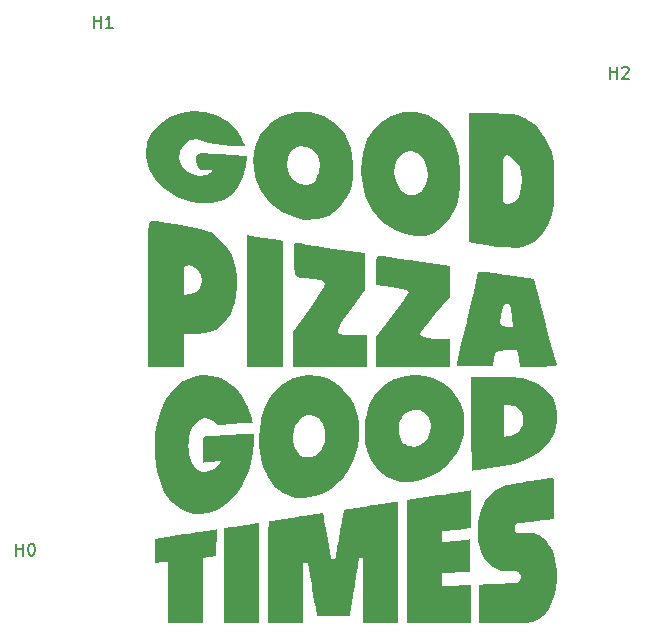
<source format=gbr>
%TF.GenerationSoftware,KiCad,Pcbnew,(6.0.1-0)*%
%TF.CreationDate,2023-09-14T22:16:03-07:00*%
%TF.ProjectId,pizzapad-base,70697a7a-6170-4616-942d-626173652e6b,rev?*%
%TF.SameCoordinates,Original*%
%TF.FileFunction,Legend,Top*%
%TF.FilePolarity,Positive*%
%FSLAX46Y46*%
G04 Gerber Fmt 4.6, Leading zero omitted, Abs format (unit mm)*
G04 Created by KiCad (PCBNEW (6.0.1-0)) date 2023-09-14 22:16:03*
%MOMM*%
%LPD*%
G01*
G04 APERTURE LIST*
%ADD10C,0.300000*%
%ADD11C,0.150000*%
G04 APERTURE END LIST*
D10*
%TO.C,G\u002A\u002A\u002A*%
X145469428Y-110490000D02*
X145324285Y-110417428D01*
X145106571Y-110417428D01*
X144888857Y-110490000D01*
X144743714Y-110635142D01*
X144671142Y-110780285D01*
X144598571Y-111070571D01*
X144598571Y-111288285D01*
X144671142Y-111578571D01*
X144743714Y-111723714D01*
X144888857Y-111868857D01*
X145106571Y-111941428D01*
X145251714Y-111941428D01*
X145469428Y-111868857D01*
X145542000Y-111796285D01*
X145542000Y-111288285D01*
X145251714Y-111288285D01*
X146412857Y-110417428D02*
X146412857Y-110780285D01*
X146050000Y-110635142D02*
X146412857Y-110780285D01*
X146775714Y-110635142D01*
X146195142Y-111070571D02*
X146412857Y-110780285D01*
X146630571Y-111070571D01*
X147574000Y-110417428D02*
X147574000Y-110780285D01*
X147211142Y-110635142D02*
X147574000Y-110780285D01*
X147936857Y-110635142D01*
X147356285Y-111070571D02*
X147574000Y-110780285D01*
X147791714Y-111070571D01*
X148735142Y-110417428D02*
X148735142Y-110780285D01*
X148372285Y-110635142D02*
X148735142Y-110780285D01*
X149098000Y-110635142D01*
X148517428Y-111070571D02*
X148735142Y-110780285D01*
X148952857Y-111070571D01*
X154867428Y-129794000D02*
X154722285Y-129721428D01*
X154504571Y-129721428D01*
X154286857Y-129794000D01*
X154141714Y-129939142D01*
X154069142Y-130084285D01*
X153996571Y-130374571D01*
X153996571Y-130592285D01*
X154069142Y-130882571D01*
X154141714Y-131027714D01*
X154286857Y-131172857D01*
X154504571Y-131245428D01*
X154649714Y-131245428D01*
X154867428Y-131172857D01*
X154940000Y-131100285D01*
X154940000Y-130592285D01*
X154649714Y-130592285D01*
X155810857Y-129721428D02*
X155810857Y-130084285D01*
X155448000Y-129939142D02*
X155810857Y-130084285D01*
X156173714Y-129939142D01*
X155593142Y-130374571D02*
X155810857Y-130084285D01*
X156028571Y-130374571D01*
X156972000Y-129721428D02*
X156972000Y-130084285D01*
X156609142Y-129939142D02*
X156972000Y-130084285D01*
X157334857Y-129939142D01*
X156754285Y-130374571D02*
X156972000Y-130084285D01*
X157189714Y-130374571D01*
X158133142Y-129721428D02*
X158133142Y-130084285D01*
X157770285Y-129939142D02*
X158133142Y-130084285D01*
X158496000Y-129939142D01*
X157915428Y-130374571D02*
X158133142Y-130084285D01*
X158350857Y-130374571D01*
D11*
%TO.C,H1*%
X138938095Y-86772380D02*
X138938095Y-85772380D01*
X138938095Y-86248571D02*
X139509523Y-86248571D01*
X139509523Y-86772380D02*
X139509523Y-85772380D01*
X140509523Y-86772380D02*
X139938095Y-86772380D01*
X140223809Y-86772380D02*
X140223809Y-85772380D01*
X140128571Y-85915238D01*
X140033333Y-86010476D01*
X139938095Y-86058095D01*
%TO.C,H2*%
X182626095Y-91090380D02*
X182626095Y-90090380D01*
X182626095Y-90566571D02*
X183197523Y-90566571D01*
X183197523Y-91090380D02*
X183197523Y-90090380D01*
X183626095Y-90185619D02*
X183673714Y-90138000D01*
X183768952Y-90090380D01*
X184007047Y-90090380D01*
X184102285Y-90138000D01*
X184149904Y-90185619D01*
X184197523Y-90280857D01*
X184197523Y-90376095D01*
X184149904Y-90518952D01*
X183578476Y-91090380D01*
X184197523Y-91090380D01*
%TO.C,H0*%
X132334095Y-131476380D02*
X132334095Y-130476380D01*
X132334095Y-130952571D02*
X132905523Y-130952571D01*
X132905523Y-131476380D02*
X132905523Y-130476380D01*
X133572190Y-130476380D02*
X133667428Y-130476380D01*
X133762666Y-130524000D01*
X133810285Y-130571619D01*
X133857904Y-130666857D01*
X133905523Y-130857333D01*
X133905523Y-131095428D01*
X133857904Y-131285904D01*
X133810285Y-131381142D01*
X133762666Y-131428761D01*
X133667428Y-131476380D01*
X133572190Y-131476380D01*
X133476952Y-131428761D01*
X133429333Y-131381142D01*
X133381714Y-131285904D01*
X133334095Y-131095428D01*
X133334095Y-130857333D01*
X133381714Y-130666857D01*
X133429333Y-130571619D01*
X133476952Y-130524000D01*
X133572190Y-130476380D01*
%TO.C,G\u002A\u002A\u002A*%
G36*
X156107730Y-104990782D02*
G01*
X156390548Y-105047137D01*
X156957221Y-105143370D01*
X157737546Y-105268121D01*
X158661319Y-105410031D01*
X159156042Y-105484016D01*
X161883859Y-105888241D01*
X161883859Y-108990149D01*
X160721183Y-110531577D01*
X160242543Y-111198608D01*
X159859585Y-111794093D01*
X159618477Y-112242368D01*
X159558507Y-112437024D01*
X159590780Y-112628170D01*
X159738737Y-112737663D01*
X160079087Y-112787805D01*
X160688538Y-112800896D01*
X160810619Y-112801042D01*
X162062732Y-112801042D01*
X162062732Y-115484141D01*
X155802169Y-115484141D01*
X155802169Y-112519286D01*
X157142239Y-110647840D01*
X157648785Y-109918205D01*
X158067847Y-109272258D01*
X158359101Y-108775272D01*
X158482227Y-108492516D01*
X158483788Y-108476237D01*
X158401302Y-108289623D01*
X158105595Y-108163728D01*
X157527632Y-108070761D01*
X157456746Y-108062765D01*
X156846472Y-107994512D01*
X156358121Y-107938087D01*
X156159915Y-107913761D01*
X156019166Y-107814672D01*
X155925838Y-107522103D01*
X155867255Y-106975783D01*
X155839420Y-106389922D01*
X155820441Y-105663387D01*
X155834587Y-105228540D01*
X155894413Y-105019915D01*
X156012474Y-104972044D01*
X156107730Y-104990782D01*
G37*
G36*
X161653492Y-97363132D02*
G01*
X162040530Y-96232220D01*
X162709767Y-95264606D01*
X163097765Y-94878624D01*
X164045893Y-94245639D01*
X165092664Y-93922055D01*
X166172223Y-93899593D01*
X167218718Y-94169969D01*
X168166295Y-94724901D01*
X168949100Y-95556107D01*
X168993079Y-95620048D01*
X169464695Y-96575109D01*
X169782150Y-97749963D01*
X169935517Y-99037023D01*
X169914872Y-100328700D01*
X169710290Y-101517406D01*
X169575842Y-101936992D01*
X169090134Y-102860459D01*
X168408557Y-103657625D01*
X167664280Y-104193663D01*
X166996461Y-104377625D01*
X166147604Y-104387118D01*
X165243089Y-104232302D01*
X164423629Y-103931028D01*
X163320812Y-103191743D01*
X162470524Y-102209316D01*
X161884800Y-101005455D01*
X161575676Y-99601868D01*
X161546993Y-99065710D01*
X164341312Y-99065710D01*
X164471418Y-99771816D01*
X164820582Y-100423437D01*
X164951612Y-100576868D01*
X165479004Y-100919350D01*
X166065491Y-100964992D01*
X166598118Y-100710641D01*
X166686587Y-100625274D01*
X167047866Y-100028946D01*
X167177886Y-99336454D01*
X167101281Y-98630382D01*
X166842686Y-97993316D01*
X166426739Y-97507841D01*
X165878074Y-97256541D01*
X165676461Y-97239070D01*
X165097838Y-97391801D01*
X164671272Y-97798572D01*
X164413513Y-98382252D01*
X164341312Y-99065710D01*
X161546993Y-99065710D01*
X161527860Y-98708065D01*
X161653492Y-97363132D01*
G37*
G36*
X152415357Y-98044000D02*
G01*
X152547707Y-96850959D01*
X152968649Y-95847176D01*
X153699724Y-94983864D01*
X153808910Y-94887737D01*
X154845588Y-94220506D01*
X155980722Y-93886011D01*
X157166024Y-93890725D01*
X158353206Y-94241119D01*
X158416764Y-94270161D01*
X159422683Y-94920299D01*
X160163155Y-95809961D01*
X160637749Y-96938355D01*
X160846030Y-98304692D01*
X160856564Y-98724122D01*
X160835309Y-99523701D01*
X160747985Y-100120465D01*
X160561560Y-100667820D01*
X160336678Y-101138497D01*
X159684605Y-102062474D01*
X158841452Y-102695024D01*
X157843369Y-103021033D01*
X156726506Y-103025389D01*
X156124715Y-102899418D01*
X154855618Y-102378063D01*
X153827673Y-101603601D01*
X153063346Y-100605440D01*
X152585102Y-99412987D01*
X152466401Y-98463523D01*
X155265549Y-98463523D01*
X155411750Y-99136941D01*
X155796162Y-99665035D01*
X156337495Y-99992814D01*
X156954458Y-100065288D01*
X157417481Y-99919250D01*
X157686861Y-99636830D01*
X157923761Y-99168005D01*
X157962945Y-99050618D01*
X158037491Y-98330912D01*
X157859445Y-97679932D01*
X157484371Y-97163375D01*
X156967831Y-96846942D01*
X156365390Y-96796330D01*
X156114244Y-96864684D01*
X155612638Y-97198682D01*
X155338104Y-97756650D01*
X155265549Y-98463523D01*
X152466401Y-98463523D01*
X152415410Y-98055652D01*
X152415357Y-98044000D01*
G37*
G36*
X170648647Y-93981672D02*
G01*
X172764551Y-94045230D01*
X173683324Y-94078395D01*
X174332531Y-94124736D01*
X174800323Y-94202117D01*
X175174853Y-94328398D01*
X175544269Y-94521441D01*
X175760678Y-94652328D01*
X176298400Y-95036793D01*
X176714803Y-95487724D01*
X177108103Y-96120578D01*
X177266957Y-96423026D01*
X177521747Y-96933437D01*
X177695903Y-97346048D01*
X177804765Y-97748341D01*
X177863671Y-98227797D01*
X177887962Y-98871896D01*
X177892975Y-99768121D01*
X177893014Y-99993571D01*
X177887466Y-100978027D01*
X177862803Y-101690387D01*
X177806999Y-102216233D01*
X177708025Y-102641144D01*
X177553854Y-103050701D01*
X177422721Y-103339894D01*
X176838977Y-104311250D01*
X176133926Y-104961248D01*
X175272207Y-105315802D01*
X174611088Y-105400113D01*
X173919133Y-105389044D01*
X173057784Y-105319605D01*
X172207834Y-105206602D01*
X172169070Y-105200107D01*
X171501449Y-105086247D01*
X170988064Y-104997425D01*
X170715308Y-104948633D01*
X170693366Y-104944056D01*
X170682267Y-104768972D01*
X170672173Y-104279570D01*
X170663436Y-103519282D01*
X170656410Y-102531537D01*
X170651450Y-101359763D01*
X170648908Y-100047391D01*
X170648734Y-99653859D01*
X173510619Y-99653859D01*
X173513353Y-100535972D01*
X173529495Y-101121122D01*
X173570951Y-101470090D01*
X173649629Y-101643659D01*
X173777438Y-101702608D01*
X173913084Y-101708162D01*
X174322626Y-101650869D01*
X174512362Y-101574007D01*
X174871132Y-101125938D01*
X175074756Y-100378789D01*
X175120478Y-99651859D01*
X175094207Y-99026396D01*
X174982419Y-98611921D01*
X174735655Y-98263497D01*
X174597618Y-98119677D01*
X174183160Y-97738555D01*
X173888330Y-97575454D01*
X173693394Y-97658228D01*
X173578619Y-98014728D01*
X173524272Y-98672805D01*
X173510619Y-99653859D01*
X170648734Y-99653859D01*
X170648647Y-99456146D01*
X170648647Y-93981672D01*
G37*
G36*
X143460909Y-107661685D02*
G01*
X143465068Y-106333254D01*
X143474162Y-105292876D01*
X143489960Y-104505705D01*
X143514228Y-103936896D01*
X143548737Y-103551602D01*
X143595254Y-103314980D01*
X143655548Y-103192182D01*
X143731387Y-103148364D01*
X143772943Y-103145142D01*
X144263483Y-103184304D01*
X144975425Y-103282982D01*
X145818300Y-103423876D01*
X146701636Y-103589687D01*
X147534965Y-103763113D01*
X148227818Y-103926854D01*
X148689723Y-104063610D01*
X148782419Y-104103096D01*
X149436337Y-104581342D01*
X150067681Y-105277673D01*
X150571320Y-106062084D01*
X150788538Y-106583842D01*
X150904824Y-107158885D01*
X150984032Y-107921822D01*
X151008633Y-108673162D01*
X150972902Y-109488738D01*
X150857114Y-110114797D01*
X150624297Y-110716966D01*
X150493192Y-110982273D01*
X149929130Y-111821183D01*
X149224691Y-112365288D01*
X148323886Y-112647185D01*
X147532545Y-112706043D01*
X146501170Y-112711606D01*
X146500965Y-114097873D01*
X146500760Y-115484141D01*
X143459915Y-115484141D01*
X143459915Y-109425117D01*
X146500760Y-109425117D01*
X147076518Y-109369066D01*
X147629045Y-109179734D01*
X147908952Y-108853436D01*
X148072814Y-108264821D01*
X147973282Y-107682015D01*
X147659580Y-107203854D01*
X147180931Y-106929169D01*
X146935167Y-106898225D01*
X146708932Y-106917996D01*
X146579029Y-107029000D01*
X146518798Y-107308776D01*
X146501579Y-107834864D01*
X146500760Y-108161671D01*
X146500760Y-109425117D01*
X143459915Y-109425117D01*
X143459915Y-109313014D01*
X143460909Y-107661685D01*
G37*
G36*
X148302397Y-93921831D02*
G01*
X149283872Y-94177648D01*
X150174276Y-94652164D01*
X150921220Y-95354875D01*
X151335529Y-95997134D01*
X151550758Y-96433609D01*
X151675528Y-96714879D01*
X151688084Y-96757897D01*
X151527003Y-96806248D01*
X151105586Y-96806386D01*
X150516571Y-96767726D01*
X149852697Y-96699682D01*
X149206702Y-96611665D01*
X148671325Y-96513090D01*
X148351896Y-96419258D01*
X147645977Y-96194844D01*
X147085080Y-96253122D01*
X146583914Y-96603038D01*
X146582066Y-96604884D01*
X146206679Y-97201072D01*
X146136992Y-97861034D01*
X146356508Y-98493075D01*
X146848726Y-99005504D01*
X147033800Y-99115388D01*
X147790271Y-99362000D01*
X148455303Y-99286596D01*
X148747206Y-99122928D01*
X148970904Y-98932560D01*
X148894501Y-98865184D01*
X148617150Y-98854618D01*
X148016727Y-98790895D01*
X147693406Y-98581368D01*
X147578314Y-98171253D01*
X147574000Y-98024863D01*
X147593537Y-97647412D01*
X147718139Y-97471811D01*
X148046791Y-97420837D01*
X148351941Y-97417944D01*
X148926265Y-97433670D01*
X149693623Y-97474966D01*
X150490960Y-97533006D01*
X150514589Y-97534994D01*
X151899295Y-97652045D01*
X151776653Y-98469881D01*
X151531416Y-99424284D01*
X151124853Y-100278797D01*
X150645719Y-100878261D01*
X149888324Y-101346446D01*
X148932646Y-101613226D01*
X147889128Y-101657949D01*
X147126816Y-101536325D01*
X145948502Y-101095327D01*
X144929807Y-100444129D01*
X144117187Y-99632032D01*
X143557096Y-98708333D01*
X143295990Y-97722334D01*
X143282789Y-97456917D01*
X143434859Y-96447762D01*
X143862583Y-95590825D01*
X144513573Y-94895606D01*
X145335438Y-94371599D01*
X146275791Y-94028303D01*
X147282240Y-93875215D01*
X148302397Y-93921831D01*
G37*
G36*
X170569786Y-111191183D02*
G01*
X170823217Y-110097421D01*
X171051815Y-109127145D01*
X171242967Y-108332568D01*
X171384058Y-107765905D01*
X171462477Y-107479370D01*
X171472205Y-107455448D01*
X171661235Y-107453434D01*
X172136371Y-107496686D01*
X172829867Y-107577835D01*
X173673977Y-107689513D01*
X173846390Y-107713660D01*
X176161159Y-108040706D01*
X177090068Y-111628268D01*
X177372699Y-112711417D01*
X177628638Y-113676413D01*
X177843341Y-114469696D01*
X178002265Y-115037705D01*
X178090864Y-115326881D01*
X178100707Y-115349986D01*
X177972935Y-115408967D01*
X177562212Y-115454734D01*
X176943275Y-115480673D01*
X176584882Y-115484141D01*
X174987328Y-115484141D01*
X174871441Y-114759425D01*
X174755554Y-114034708D01*
X173820059Y-114088650D01*
X173273409Y-114132216D01*
X172985130Y-114224958D01*
X172856229Y-114432552D01*
X172795126Y-114768648D01*
X172705690Y-115394704D01*
X171126218Y-115446596D01*
X170372895Y-115465425D01*
X169912930Y-115453706D01*
X169682442Y-115399931D01*
X169617549Y-115292593D01*
X169636764Y-115178286D01*
X169702600Y-114913289D01*
X169834914Y-114356564D01*
X170020369Y-113565112D01*
X170245625Y-112595933D01*
X170461617Y-111660725D01*
X173331746Y-111660725D01*
X173392700Y-111963293D01*
X173646088Y-112075331D01*
X173879326Y-112085549D01*
X174426906Y-112085549D01*
X174303718Y-111235901D01*
X174202999Y-110622410D01*
X174102039Y-110284926D01*
X173964185Y-110143565D01*
X173790732Y-110117944D01*
X173598715Y-110280979D01*
X173441315Y-110706851D01*
X173346751Y-111300705D01*
X173331746Y-111660725D01*
X170461617Y-111660725D01*
X170497345Y-111506027D01*
X170569786Y-111191183D01*
G37*
G36*
X163107682Y-106072925D02*
G01*
X163380267Y-106126238D01*
X163938934Y-106219352D01*
X164715617Y-106341463D01*
X165642249Y-106481766D01*
X166221535Y-106567213D01*
X169038788Y-106978756D01*
X169038788Y-109603024D01*
X167786676Y-111049619D01*
X167272453Y-111663193D01*
X166860604Y-112191686D01*
X166600461Y-112569459D01*
X166534563Y-112715706D01*
X166701425Y-112905671D01*
X167155784Y-113053214D01*
X167828294Y-113141369D01*
X168345654Y-113158789D01*
X169038788Y-113158789D01*
X169038788Y-115484141D01*
X162778225Y-115484141D01*
X162778225Y-112942632D01*
X164164493Y-111167923D01*
X164692082Y-110475929D01*
X165127265Y-109873582D01*
X165427415Y-109422186D01*
X165549906Y-109183044D01*
X165550760Y-109174241D01*
X165377983Y-109030569D01*
X164883922Y-108891011D01*
X164184788Y-108776394D01*
X162818816Y-108597521D01*
X162814950Y-107293851D01*
X162823009Y-106620057D01*
X162862912Y-106236509D01*
X162950758Y-106076056D01*
X163102649Y-106071544D01*
X163107682Y-106072925D01*
G37*
G36*
X152627169Y-104469984D02*
G01*
X153338040Y-104579241D01*
X154069978Y-104685297D01*
X154147591Y-104696031D01*
X154907802Y-104800373D01*
X154907802Y-115484141D01*
X151866957Y-115484141D01*
X151866957Y-104348277D01*
X152627169Y-104469984D01*
G37*
G36*
X161889369Y-120061054D02*
G01*
X161989213Y-119531052D01*
X162134915Y-119030740D01*
X162325131Y-118562519D01*
X162558518Y-118128790D01*
X162833733Y-117731953D01*
X163149434Y-117374410D01*
X163504276Y-117058561D01*
X163896917Y-116786808D01*
X164326013Y-116561550D01*
X164460077Y-116504040D01*
X164911167Y-116351879D01*
X165383370Y-116252699D01*
X165868986Y-116206224D01*
X166360314Y-116212180D01*
X166849657Y-116270295D01*
X167329313Y-116380293D01*
X167791583Y-116541901D01*
X167988144Y-116629601D01*
X168438479Y-116875282D01*
X168841857Y-117159139D01*
X169197972Y-117480781D01*
X169506517Y-117839816D01*
X169767188Y-118235853D01*
X169979676Y-118668501D01*
X170143676Y-119137370D01*
X170230508Y-119492014D01*
X170257731Y-119674911D01*
X170275745Y-119902022D01*
X170284701Y-120157742D01*
X170284747Y-120426462D01*
X170276035Y-120692578D01*
X170258712Y-120940482D01*
X170232930Y-121154569D01*
X170213558Y-121259858D01*
X170065973Y-121798897D01*
X169865838Y-122308367D01*
X169614272Y-122786729D01*
X169312396Y-123232440D01*
X168961330Y-123643960D01*
X168562195Y-124019746D01*
X168116112Y-124358258D01*
X167827681Y-124542064D01*
X167448750Y-124741301D01*
X167030760Y-124913757D01*
X166591404Y-125053755D01*
X166148374Y-125155622D01*
X165739400Y-125211977D01*
X165575875Y-125225995D01*
X165454214Y-125234615D01*
X165355975Y-125237844D01*
X165262715Y-125235690D01*
X165155992Y-125228160D01*
X165017363Y-125215263D01*
X164986775Y-125212292D01*
X164548232Y-125140514D01*
X164133099Y-125014017D01*
X163743907Y-124834914D01*
X163383190Y-124605320D01*
X163053480Y-124327352D01*
X162757309Y-124003123D01*
X162497210Y-123634750D01*
X162275717Y-123224346D01*
X162106672Y-122807032D01*
X162013876Y-122514878D01*
X161943111Y-122231219D01*
X161891594Y-121939732D01*
X161856538Y-121624093D01*
X161835160Y-121267978D01*
X161832627Y-121200526D01*
X161835138Y-120843857D01*
X164698194Y-120843857D01*
X164721689Y-121114749D01*
X164782862Y-121374249D01*
X164882446Y-121614629D01*
X165021174Y-121828160D01*
X165199781Y-122007114D01*
X165263349Y-122054352D01*
X165483684Y-122170039D01*
X165728986Y-122233462D01*
X165991867Y-122243537D01*
X166259497Y-122200590D01*
X166539400Y-122098977D01*
X166786715Y-121948691D01*
X166998129Y-121754062D01*
X167170329Y-121519418D01*
X167300001Y-121249089D01*
X167383831Y-120947403D01*
X167415428Y-120690390D01*
X167409095Y-120384550D01*
X167354709Y-120098468D01*
X167255324Y-119838431D01*
X167113992Y-119610724D01*
X166933767Y-119421633D01*
X166733026Y-119285463D01*
X166488067Y-119188307D01*
X166224282Y-119144336D01*
X165951901Y-119153614D01*
X165681156Y-119216207D01*
X165527025Y-119277843D01*
X165307333Y-119412078D01*
X165120180Y-119589021D01*
X164966301Y-119800944D01*
X164846428Y-120040117D01*
X164761297Y-120298813D01*
X164711641Y-120569302D01*
X164698194Y-120843857D01*
X161835138Y-120843857D01*
X161836726Y-120618346D01*
X161889369Y-120061054D01*
G37*
G36*
X172567238Y-116343504D02*
G01*
X173017448Y-116344181D01*
X173412720Y-116346525D01*
X173758652Y-116351004D01*
X174060844Y-116358083D01*
X174324893Y-116368232D01*
X174556398Y-116381916D01*
X174760958Y-116399604D01*
X174944172Y-116421762D01*
X175111637Y-116448859D01*
X175268952Y-116481361D01*
X175421716Y-116519736D01*
X175575528Y-116564452D01*
X175703819Y-116605342D01*
X176140273Y-116772116D01*
X176530487Y-116971747D01*
X176881592Y-117208496D01*
X177200718Y-117486627D01*
X177234354Y-117520110D01*
X177514948Y-117837243D01*
X177739602Y-118168468D01*
X177910415Y-118518994D01*
X178029488Y-118894028D01*
X178098919Y-119298779D01*
X178120817Y-119719070D01*
X178098926Y-120164738D01*
X178029813Y-120583306D01*
X177910574Y-120984161D01*
X177738304Y-121376696D01*
X177510099Y-121770299D01*
X177465355Y-121838259D01*
X177363408Y-121972576D01*
X177223797Y-122131255D01*
X177057977Y-122303259D01*
X176877404Y-122477549D01*
X176693534Y-122643087D01*
X176517823Y-122788834D01*
X176361727Y-122903751D01*
X176354713Y-122908443D01*
X175919711Y-123167583D01*
X175446646Y-123394345D01*
X174952521Y-123581525D01*
X174454338Y-123721921D01*
X174411501Y-123731655D01*
X174343733Y-123744746D01*
X174225467Y-123765378D01*
X174063377Y-123792511D01*
X173864140Y-123825110D01*
X173634431Y-123862136D01*
X173380925Y-123902551D01*
X173110298Y-123945318D01*
X172829226Y-123989399D01*
X172544383Y-124033756D01*
X172262445Y-124077353D01*
X171990088Y-124119150D01*
X171733987Y-124158111D01*
X171500817Y-124193198D01*
X171297254Y-124223374D01*
X171129974Y-124247599D01*
X171005651Y-124264838D01*
X170930962Y-124274052D01*
X170913949Y-124275327D01*
X170908190Y-124265508D01*
X170902998Y-124234261D01*
X170898346Y-124178904D01*
X170894209Y-124096753D01*
X170890560Y-123985124D01*
X170887372Y-123841335D01*
X170884620Y-123662703D01*
X170882277Y-123446543D01*
X170880317Y-123190173D01*
X170878714Y-122890910D01*
X170877441Y-122546070D01*
X170876472Y-122152970D01*
X170875781Y-121708927D01*
X170875515Y-121407636D01*
X173630041Y-121407636D01*
X173855307Y-121387223D01*
X173995234Y-121369731D01*
X174137545Y-121344281D01*
X174241302Y-121319123D01*
X174522406Y-121209688D01*
X174758253Y-121060694D01*
X174951122Y-120870082D01*
X175103291Y-120635794D01*
X175175029Y-120475923D01*
X175208433Y-120378966D01*
X175229515Y-120283997D01*
X175240802Y-120172420D01*
X175244820Y-120025642D01*
X175244976Y-119961263D01*
X175239306Y-119759216D01*
X175219709Y-119598989D01*
X175181210Y-119462521D01*
X175118836Y-119331750D01*
X175035329Y-119199830D01*
X174906167Y-119042725D01*
X174755245Y-118922484D01*
X174574457Y-118835523D01*
X174355696Y-118778256D01*
X174090858Y-118747097D01*
X174000899Y-118742292D01*
X173630041Y-118726986D01*
X173630041Y-121407636D01*
X170875515Y-121407636D01*
X170875341Y-121211257D01*
X170875126Y-120657277D01*
X170875094Y-120309416D01*
X170875094Y-116343504D01*
X172567238Y-116343504D01*
G37*
G36*
X177788877Y-124881621D02*
G01*
X177800034Y-124887116D01*
X177809365Y-124901883D01*
X177817033Y-124930513D01*
X177823202Y-124977596D01*
X177828034Y-125047723D01*
X177831693Y-125145483D01*
X177834342Y-125275467D01*
X177836144Y-125442264D01*
X177837262Y-125650465D01*
X177837860Y-125904661D01*
X177838100Y-126209440D01*
X177838146Y-126569394D01*
X177838146Y-126636710D01*
X177838061Y-127007340D01*
X177837717Y-127321983D01*
X177836974Y-127585204D01*
X177835695Y-127801563D01*
X177833744Y-127975624D01*
X177830981Y-128111948D01*
X177827270Y-128215098D01*
X177822473Y-128289637D01*
X177816452Y-128340126D01*
X177809070Y-128371129D01*
X177800189Y-128387207D01*
X177789672Y-128392922D01*
X177785166Y-128393327D01*
X177714659Y-128397473D01*
X177594914Y-128408152D01*
X177433114Y-128424495D01*
X177236439Y-128445634D01*
X177012070Y-128470700D01*
X176767189Y-128498824D01*
X176508976Y-128529137D01*
X176244613Y-128560769D01*
X175981281Y-128592853D01*
X175726161Y-128624518D01*
X175486435Y-128654897D01*
X175269282Y-128683120D01*
X175081886Y-128708318D01*
X174931425Y-128729623D01*
X174825083Y-128746165D01*
X174770039Y-128757076D01*
X174765310Y-128758736D01*
X174657367Y-128841929D01*
X174580989Y-128963365D01*
X174540732Y-129107093D01*
X174541153Y-129257164D01*
X174584189Y-129392647D01*
X174628432Y-129463516D01*
X174682644Y-129513544D01*
X174756242Y-129544837D01*
X174858645Y-129559498D01*
X174999270Y-129559632D01*
X175187537Y-129547344D01*
X175251740Y-129541815D01*
X175530544Y-129524033D01*
X175768053Y-129526009D01*
X175980695Y-129549216D01*
X176184896Y-129595124D01*
X176319697Y-129637426D01*
X176615876Y-129770367D01*
X176896415Y-129957760D01*
X177155947Y-130194388D01*
X177389110Y-130475031D01*
X177590538Y-130794473D01*
X177670006Y-130950774D01*
X177838214Y-131367038D01*
X177969694Y-131822399D01*
X178062776Y-132306586D01*
X178115791Y-132809330D01*
X178127067Y-133320360D01*
X178110604Y-133660163D01*
X178047624Y-134207486D01*
X177947258Y-134713748D01*
X177810302Y-135177663D01*
X177637553Y-135597942D01*
X177429809Y-135973297D01*
X177187865Y-136302439D01*
X176912521Y-136584081D01*
X176604571Y-136816934D01*
X176264814Y-136999710D01*
X175978219Y-137106689D01*
X175941250Y-137115996D01*
X175891985Y-137124116D01*
X175826119Y-137131159D01*
X175739348Y-137137232D01*
X175627367Y-137142444D01*
X175485872Y-137146901D01*
X175310557Y-137150714D01*
X175097118Y-137153989D01*
X174841250Y-137156835D01*
X174538649Y-137159360D01*
X174185010Y-137161672D01*
X173776029Y-137163879D01*
X173683021Y-137164338D01*
X171541125Y-137174764D01*
X171541125Y-133932777D01*
X171624379Y-133931464D01*
X171670365Y-133929856D01*
X171770705Y-133925739D01*
X171919271Y-133919384D01*
X172109931Y-133911060D01*
X172336556Y-133901037D01*
X172593017Y-133889586D01*
X172873183Y-133876975D01*
X173170926Y-133863474D01*
X173230129Y-133860779D01*
X173584766Y-133844715D01*
X173884019Y-133830897D01*
X174132971Y-133818392D01*
X174336703Y-133806268D01*
X174500297Y-133793590D01*
X174628835Y-133779427D01*
X174727398Y-133762845D01*
X174801068Y-133742910D01*
X174854926Y-133718691D01*
X174894055Y-133689253D01*
X174923535Y-133653663D01*
X174948449Y-133610990D01*
X174973879Y-133560299D01*
X174984808Y-133538594D01*
X175040308Y-133375619D01*
X175048255Y-133209411D01*
X175011062Y-133053877D01*
X174931143Y-132922925D01*
X174867921Y-132864997D01*
X174836595Y-132843721D01*
X174802938Y-132827805D01*
X174758493Y-132816640D01*
X174694797Y-132809615D01*
X174603390Y-132806119D01*
X174475813Y-132805544D01*
X174303605Y-132807280D01*
X174108417Y-132810233D01*
X173914278Y-132811694D01*
X173763594Y-132808069D01*
X173639381Y-132797949D01*
X173524657Y-132779926D01*
X173402441Y-132752592D01*
X173396975Y-132751240D01*
X173045991Y-132634124D01*
X172724599Y-132465076D01*
X172434051Y-132245671D01*
X172175596Y-131977482D01*
X171950484Y-131662084D01*
X171759967Y-131301049D01*
X171605294Y-130895953D01*
X171487716Y-130448368D01*
X171461497Y-130315017D01*
X171441203Y-130188368D01*
X171426250Y-130054112D01*
X171415997Y-129900742D01*
X171409804Y-129716749D01*
X171407030Y-129490621D01*
X171406740Y-129331108D01*
X171407387Y-129105318D01*
X171409503Y-128928206D01*
X171414063Y-128787904D01*
X171422040Y-128672543D01*
X171434408Y-128570256D01*
X171452140Y-128469174D01*
X171476211Y-128357429D01*
X171492333Y-128287856D01*
X171569641Y-127985543D01*
X171652525Y-127720787D01*
X171748833Y-127470641D01*
X171844750Y-127257330D01*
X172058858Y-126867515D01*
X172311091Y-126516129D01*
X172597350Y-126206913D01*
X172913534Y-125943612D01*
X173255543Y-125729969D01*
X173619276Y-125569726D01*
X173734849Y-125531768D01*
X173797256Y-125517180D01*
X173912540Y-125494588D01*
X174074323Y-125465019D01*
X174276229Y-125429501D01*
X174511877Y-125389060D01*
X174774892Y-125344725D01*
X175058895Y-125297522D01*
X175357507Y-125248480D01*
X175664352Y-125198626D01*
X175973051Y-125148986D01*
X176277226Y-125100589D01*
X176570500Y-125054462D01*
X176846495Y-125011633D01*
X177098832Y-124973128D01*
X177321135Y-124939975D01*
X177507024Y-124913203D01*
X177650122Y-124893837D01*
X177744052Y-124882906D01*
X177775731Y-124880810D01*
X177788877Y-124881621D01*
G37*
G36*
X152876944Y-128706431D02*
G01*
X152883616Y-128713125D01*
X152889606Y-128729330D01*
X152894949Y-128757977D01*
X152899683Y-128801992D01*
X152903844Y-128864306D01*
X152907469Y-128947846D01*
X152910595Y-129055542D01*
X152913258Y-129190321D01*
X152915496Y-129355113D01*
X152917344Y-129552846D01*
X152918840Y-129786448D01*
X152920020Y-130058849D01*
X152920921Y-130372977D01*
X152921580Y-130731761D01*
X152922033Y-131138129D01*
X152922318Y-131595009D01*
X152922470Y-132105331D01*
X152922528Y-132672024D01*
X152922532Y-132931690D01*
X152922532Y-137172109D01*
X149955667Y-137172109D01*
X149955667Y-129161072D01*
X151386120Y-128941222D01*
X151674560Y-128896750D01*
X151945739Y-128854667D01*
X152193571Y-128815938D01*
X152411971Y-128781526D01*
X152594855Y-128752395D01*
X152736137Y-128729508D01*
X152829733Y-128713828D01*
X152869552Y-128706321D01*
X152876944Y-128706431D01*
G37*
G36*
X170844820Y-129146720D02*
G01*
X170746429Y-129163290D01*
X170693118Y-129170426D01*
X170587534Y-129182978D01*
X170437624Y-129200061D01*
X170251336Y-129220787D01*
X170036616Y-129244267D01*
X169801411Y-129269614D01*
X169648992Y-129285856D01*
X169404228Y-129311993D01*
X169174271Y-129336867D01*
X168967219Y-129359578D01*
X168791168Y-129379227D01*
X168654218Y-129394912D01*
X168564467Y-129405733D01*
X168536417Y-129409552D01*
X168422889Y-129427253D01*
X168422889Y-130330155D01*
X168500012Y-130330155D01*
X168548510Y-130327302D01*
X168648360Y-130319305D01*
X168790660Y-130307005D01*
X168966512Y-130291245D01*
X169167015Y-130272866D01*
X169383269Y-130252710D01*
X169606374Y-130231619D01*
X169827430Y-130210436D01*
X170037536Y-130190001D01*
X170227793Y-130171157D01*
X170389300Y-130154746D01*
X170513157Y-130141609D01*
X170590464Y-130132589D01*
X170595059Y-130131977D01*
X170723724Y-130114526D01*
X170723724Y-132842908D01*
X170640470Y-132843248D01*
X170590350Y-132845189D01*
X170487867Y-132850525D01*
X170341082Y-132858788D01*
X170158057Y-132869511D01*
X169946853Y-132882224D01*
X169715532Y-132896461D01*
X169603581Y-132903456D01*
X169363884Y-132918292D01*
X169138978Y-132931811D01*
X168937249Y-132943540D01*
X168767085Y-132953005D01*
X168636871Y-132959735D01*
X168554996Y-132963254D01*
X168536417Y-132963664D01*
X168422889Y-132964004D01*
X168422889Y-134076710D01*
X168551555Y-134065918D01*
X168616669Y-134061792D01*
X168732524Y-134055832D01*
X168889353Y-134048484D01*
X169077391Y-134040192D01*
X169286871Y-134031402D01*
X169467347Y-134024153D01*
X169700354Y-134014723D01*
X169932065Y-134004875D01*
X170149777Y-133995183D01*
X170340786Y-133986220D01*
X170492389Y-133978563D01*
X170564785Y-133974498D01*
X170875094Y-133955818D01*
X170875094Y-137172109D01*
X165456024Y-137172109D01*
X165456024Y-126769315D01*
X168082305Y-126366980D01*
X168474936Y-126306775D01*
X168851324Y-126248953D01*
X169207043Y-126194200D01*
X169537667Y-126143202D01*
X169838770Y-126096645D01*
X170105925Y-126055215D01*
X170334707Y-126019599D01*
X170520689Y-125990483D01*
X170659446Y-125968554D01*
X170746550Y-125954497D01*
X170776704Y-125949243D01*
X170844820Y-125933841D01*
X170844820Y-129146720D01*
G37*
G36*
X148841605Y-116250940D02*
G01*
X149290826Y-116354985D01*
X149652925Y-116482122D01*
X150071453Y-116684339D01*
X150463397Y-116939400D01*
X150826850Y-117244858D01*
X151159906Y-117598268D01*
X151460658Y-117997182D01*
X151727197Y-118439153D01*
X151957618Y-118921735D01*
X152150014Y-119442480D01*
X152261111Y-119828659D01*
X152295536Y-119968233D01*
X152321900Y-120085257D01*
X152337748Y-120168041D01*
X152340625Y-120204897D01*
X152340246Y-120205488D01*
X152308195Y-120209834D01*
X152221489Y-120217049D01*
X152085932Y-120226760D01*
X151907331Y-120238597D01*
X151691489Y-120252185D01*
X151444213Y-120267152D01*
X151171308Y-120283127D01*
X150878580Y-120299737D01*
X150820761Y-120302958D01*
X149315112Y-120386592D01*
X149230293Y-120271256D01*
X149060012Y-120087769D01*
X148857613Y-119955140D01*
X148625849Y-119874728D01*
X148372587Y-119847892D01*
X148244427Y-119850661D01*
X148146378Y-119863845D01*
X148052371Y-119893687D01*
X147936337Y-119946431D01*
X147912795Y-119958000D01*
X147688556Y-120101743D01*
X147488515Y-120296444D01*
X147314762Y-120536695D01*
X147169389Y-120817086D01*
X147054486Y-121132208D01*
X146972144Y-121476651D01*
X146924454Y-121845006D01*
X146913507Y-122231863D01*
X146928319Y-122505040D01*
X146969862Y-122837292D01*
X147035197Y-123131428D01*
X147129479Y-123406946D01*
X147220420Y-123609296D01*
X147369398Y-123868876D01*
X147534501Y-124071587D01*
X147718897Y-124219706D01*
X147925753Y-124315510D01*
X148158236Y-124361274D01*
X148273399Y-124366150D01*
X148564897Y-124337031D01*
X148839418Y-124250203D01*
X149095597Y-124106457D01*
X149332070Y-123906584D01*
X149547472Y-123651374D01*
X149576267Y-123610700D01*
X149623077Y-123537535D01*
X149648188Y-123486949D01*
X149649277Y-123474460D01*
X149617347Y-123473888D01*
X149535290Y-123478568D01*
X149413215Y-123487596D01*
X149261230Y-123500073D01*
X149089444Y-123515097D01*
X148907965Y-123531766D01*
X148726901Y-123549179D01*
X148556362Y-123566436D01*
X148406454Y-123582633D01*
X148313295Y-123593588D01*
X148169493Y-123611382D01*
X148169493Y-122505333D01*
X148169919Y-122204859D01*
X148171308Y-121960208D01*
X148173819Y-121766659D01*
X148177615Y-121619491D01*
X148182858Y-121513985D01*
X148189708Y-121445419D01*
X148198328Y-121409073D01*
X148207335Y-121399986D01*
X148243190Y-121398098D01*
X148334466Y-121392413D01*
X148476177Y-121383264D01*
X148663336Y-121370981D01*
X148890957Y-121355895D01*
X149154053Y-121338339D01*
X149447638Y-121318642D01*
X149766725Y-121297137D01*
X150106329Y-121274155D01*
X150329377Y-121259012D01*
X150741643Y-121231137D01*
X151097546Y-121207449D01*
X151401112Y-121187759D01*
X151656370Y-121171878D01*
X151867344Y-121159617D01*
X152038063Y-121150789D01*
X152172553Y-121145203D01*
X152274840Y-121142671D01*
X152348953Y-121143004D01*
X152398917Y-121146014D01*
X152428759Y-121151512D01*
X152442507Y-121159308D01*
X152442959Y-121159919D01*
X152455020Y-121209746D01*
X152462082Y-121310243D01*
X152464515Y-121451774D01*
X152462687Y-121624699D01*
X152456966Y-121819379D01*
X152447722Y-122026177D01*
X152435322Y-122235452D01*
X152420136Y-122437568D01*
X152402532Y-122622885D01*
X152382878Y-122781764D01*
X152380259Y-122799526D01*
X152305591Y-123245962D01*
X152221992Y-123645217D01*
X152125591Y-124010448D01*
X152012518Y-124354811D01*
X151878900Y-124691461D01*
X151726051Y-125022985D01*
X151430618Y-125564801D01*
X151097098Y-126061629D01*
X150726603Y-126512048D01*
X150320247Y-126914637D01*
X150099301Y-127101286D01*
X149713244Y-127374699D01*
X149304819Y-127597573D01*
X148879740Y-127768122D01*
X148443722Y-127884557D01*
X148002480Y-127945092D01*
X147561728Y-127947938D01*
X147427776Y-127937001D01*
X147024383Y-127865550D01*
X146635705Y-127737050D01*
X146264743Y-127553854D01*
X145914496Y-127318319D01*
X145587966Y-127032797D01*
X145288153Y-126699644D01*
X145018055Y-126321214D01*
X144780674Y-125899863D01*
X144748717Y-125834445D01*
X144547559Y-125356579D01*
X144379411Y-124834986D01*
X144245122Y-124277235D01*
X144145537Y-123690898D01*
X144081503Y-123083546D01*
X144053868Y-122462749D01*
X144063478Y-121836079D01*
X144111179Y-121211105D01*
X144176798Y-120720779D01*
X144261674Y-120289330D01*
X144378545Y-119840916D01*
X144521983Y-119391238D01*
X144686559Y-118955995D01*
X144866844Y-118550887D01*
X145042401Y-118217454D01*
X145317447Y-117792909D01*
X145624362Y-117415785D01*
X145959936Y-117087288D01*
X146320956Y-116808628D01*
X146704211Y-116581014D01*
X147106490Y-116405655D01*
X147524580Y-116283759D01*
X147955270Y-116216535D01*
X148395349Y-116205193D01*
X148841605Y-116250940D01*
G37*
G36*
X164668897Y-137172109D02*
G01*
X161732305Y-137172109D01*
X161732305Y-131692491D01*
X161573366Y-131692954D01*
X161475432Y-131697657D01*
X161400050Y-131709162D01*
X161375817Y-131717920D01*
X161361929Y-131753759D01*
X161339945Y-131847668D01*
X161310202Y-131997761D01*
X161273036Y-132202150D01*
X161228785Y-132458949D01*
X161177785Y-132766270D01*
X161120373Y-133122227D01*
X161082758Y-133359829D01*
X161029387Y-133698881D01*
X160974543Y-134046924D01*
X160919767Y-134394204D01*
X160866600Y-134730969D01*
X160816581Y-135047467D01*
X160771251Y-135333944D01*
X160732152Y-135580650D01*
X160700823Y-135777831D01*
X160699352Y-135787068D01*
X160570397Y-136596901D01*
X159278139Y-136596901D01*
X159000948Y-136597307D01*
X158739991Y-136598470D01*
X158502051Y-136600300D01*
X158293911Y-136602713D01*
X158122354Y-136605619D01*
X157994162Y-136608934D01*
X157916120Y-136612568D01*
X157897348Y-136614607D01*
X157808815Y-136632314D01*
X157681047Y-135880459D01*
X157582469Y-135300607D01*
X157493540Y-134778039D01*
X157413841Y-134310334D01*
X157342955Y-133895072D01*
X157280461Y-133529831D01*
X157225941Y-133212190D01*
X157178976Y-132939729D01*
X157139147Y-132710027D01*
X157106036Y-132520661D01*
X157079223Y-132369213D01*
X157058290Y-132253260D01*
X157042818Y-132170382D01*
X157032388Y-132118157D01*
X157026581Y-132094165D01*
X157025605Y-132092028D01*
X156991406Y-132088738D01*
X156914924Y-132092622D01*
X156829753Y-132100976D01*
X156646251Y-132122274D01*
X156646251Y-137172109D01*
X153679385Y-137172109D01*
X153679385Y-132890106D01*
X153679549Y-132385811D01*
X153680029Y-131898199D01*
X153680805Y-131430693D01*
X153681858Y-130986716D01*
X153683171Y-130569692D01*
X153684724Y-130183045D01*
X153686498Y-129830198D01*
X153688474Y-129514574D01*
X153690635Y-129239597D01*
X153692960Y-129008690D01*
X153695431Y-128825278D01*
X153698029Y-128692783D01*
X153700736Y-128614630D01*
X153703003Y-128593505D01*
X153736156Y-128586499D01*
X153823288Y-128571367D01*
X153958805Y-128548971D01*
X154137114Y-128520171D01*
X154352621Y-128485831D01*
X154599731Y-128446810D01*
X154872851Y-128403971D01*
X155166387Y-128358175D01*
X155474744Y-128310283D01*
X155792328Y-128261157D01*
X156113546Y-128211658D01*
X156432804Y-128162649D01*
X156744507Y-128114989D01*
X157043061Y-128069541D01*
X157322873Y-128027167D01*
X157578348Y-127988727D01*
X157803893Y-127955083D01*
X157993913Y-127927097D01*
X158142815Y-127905629D01*
X158245004Y-127891543D01*
X158294886Y-127885698D01*
X158298941Y-127885745D01*
X158305935Y-127914893D01*
X158322396Y-127998129D01*
X158348427Y-128136024D01*
X158384132Y-128329151D01*
X158429615Y-128578083D01*
X158484980Y-128883390D01*
X158550331Y-129245647D01*
X158625772Y-129665424D01*
X158711406Y-130143296D01*
X158807337Y-130679833D01*
X158880027Y-131087008D01*
X158996162Y-131737902D01*
X159166558Y-131737226D01*
X159264190Y-131732899D01*
X159336278Y-131722456D01*
X159360816Y-131712689D01*
X159369726Y-131679526D01*
X159387644Y-131591553D01*
X159413697Y-131453696D01*
X159447011Y-131270880D01*
X159486713Y-131048032D01*
X159531931Y-130790077D01*
X159581791Y-130501942D01*
X159635419Y-130188552D01*
X159691943Y-129854835D01*
X159724988Y-129658211D01*
X159782620Y-129315436D01*
X159837630Y-128990396D01*
X159889168Y-128687990D01*
X159936380Y-128413116D01*
X159978416Y-128170673D01*
X160014422Y-127965560D01*
X160043547Y-127802676D01*
X160064939Y-127686918D01*
X160077746Y-127623186D01*
X160080885Y-127612008D01*
X160112382Y-127605100D01*
X160198084Y-127589978D01*
X160332334Y-127567521D01*
X160509474Y-127538608D01*
X160723848Y-127504116D01*
X160969799Y-127464924D01*
X161241670Y-127421911D01*
X161533803Y-127375954D01*
X161840541Y-127327931D01*
X162156228Y-127278722D01*
X162475207Y-127229204D01*
X162791820Y-127180256D01*
X163100411Y-127132755D01*
X163395322Y-127087581D01*
X163670896Y-127045611D01*
X163921477Y-127007724D01*
X164141407Y-126974798D01*
X164325029Y-126947711D01*
X164466686Y-126927342D01*
X164560722Y-126914569D01*
X164600780Y-126910270D01*
X164668897Y-126909177D01*
X164668897Y-137172109D01*
G37*
G36*
X152936006Y-120937279D02*
G01*
X152968662Y-120613778D01*
X153017485Y-120295058D01*
X153084359Y-119962834D01*
X153090458Y-119935516D01*
X153239009Y-119385029D01*
X153428159Y-118871068D01*
X153656043Y-118395684D01*
X153920795Y-117960930D01*
X154220553Y-117568855D01*
X154553452Y-117221510D01*
X154917627Y-116920947D01*
X155311214Y-116669217D01*
X155732348Y-116468371D01*
X156179166Y-116320459D01*
X156427980Y-116263799D01*
X156632409Y-116235149D01*
X156876694Y-116217935D01*
X157141235Y-116212144D01*
X157406432Y-116217763D01*
X157652685Y-116234780D01*
X157860394Y-116263182D01*
X157868538Y-116264731D01*
X158351027Y-116384916D01*
X158799044Y-116553582D01*
X159217129Y-116773151D01*
X159609817Y-117046048D01*
X159981648Y-117374697D01*
X160022301Y-117415193D01*
X160368957Y-117805658D01*
X160664204Y-118226824D01*
X160908230Y-118679190D01*
X161101227Y-119163251D01*
X161243382Y-119679507D01*
X161334887Y-120228456D01*
X161375931Y-120810594D01*
X161378393Y-120975447D01*
X161352760Y-121587228D01*
X161272295Y-122184231D01*
X161138202Y-122762335D01*
X160951687Y-123317423D01*
X160713954Y-123845374D01*
X160426207Y-124342070D01*
X160368014Y-124429577D01*
X160072314Y-124819145D01*
X159730796Y-125188688D01*
X159354250Y-125528686D01*
X158953469Y-125829616D01*
X158539242Y-126081956D01*
X158432425Y-126137552D01*
X158002102Y-126324990D01*
X157556136Y-126465096D01*
X157104166Y-126556061D01*
X156655834Y-126596079D01*
X156220777Y-126583340D01*
X156116453Y-126571858D01*
X155706662Y-126489682D01*
X155305605Y-126349630D01*
X154918689Y-126154286D01*
X154551320Y-125906230D01*
X154322274Y-125714969D01*
X154163287Y-125552141D01*
X153995041Y-125346524D01*
X153827844Y-125112630D01*
X153672008Y-124864968D01*
X153537840Y-124618049D01*
X153526447Y-124594852D01*
X153324537Y-124134131D01*
X153165012Y-123666291D01*
X153045962Y-123182246D01*
X152965476Y-122672909D01*
X152921641Y-122129192D01*
X152911667Y-121671752D01*
X152913277Y-121567078D01*
X155791606Y-121567078D01*
X155807255Y-121821142D01*
X155841589Y-122045193D01*
X155854838Y-122100708D01*
X155956748Y-122399298D01*
X156092795Y-122654117D01*
X156260708Y-122862240D01*
X156458215Y-123020740D01*
X156639064Y-123111020D01*
X156745747Y-123135962D01*
X156901885Y-123147082D01*
X157057709Y-123146559D01*
X157203305Y-123141274D01*
X157309298Y-123130937D01*
X157396633Y-123110814D01*
X157486255Y-123076173D01*
X157591885Y-123025855D01*
X157823620Y-122878425D01*
X158028970Y-122681120D01*
X158203185Y-122440614D01*
X158341518Y-122163584D01*
X158439219Y-121856704D01*
X158446646Y-121824297D01*
X158472982Y-121658535D01*
X158489362Y-121457611D01*
X158495373Y-121243191D01*
X158490605Y-121036941D01*
X158474645Y-120860528D01*
X158465969Y-120807921D01*
X158402807Y-120573799D01*
X158308146Y-120343357D01*
X158190199Y-120131977D01*
X158057181Y-119955044D01*
X157960069Y-119860396D01*
X157742482Y-119718454D01*
X157501629Y-119628348D01*
X157247129Y-119591075D01*
X156988602Y-119607632D01*
X156735666Y-119679015D01*
X156637778Y-119723363D01*
X156438760Y-119855781D01*
X156255931Y-120039571D01*
X156095084Y-120266457D01*
X155962016Y-120528160D01*
X155862523Y-120816405D01*
X155856485Y-120839213D01*
X155816249Y-121054672D01*
X155794613Y-121304441D01*
X155791606Y-121567078D01*
X152913277Y-121567078D01*
X152917635Y-121283843D01*
X152936006Y-120937279D01*
G37*
G36*
X149274499Y-131525983D02*
G01*
X148169493Y-131643447D01*
X148169493Y-137172109D01*
X145202627Y-137172109D01*
X145202627Y-131966472D01*
X145119373Y-131980615D01*
X145043823Y-131991463D01*
X144927005Y-132005935D01*
X144782854Y-132022549D01*
X144625305Y-132039819D01*
X144468293Y-132056262D01*
X144325754Y-132070394D01*
X144211623Y-132080730D01*
X144139834Y-132085787D01*
X144129343Y-132086054D01*
X144052210Y-132086054D01*
X144052210Y-130069144D01*
X146572532Y-129681705D01*
X146957934Y-129622451D01*
X147327690Y-129565586D01*
X147677204Y-129511819D01*
X148001880Y-129461858D01*
X148297121Y-129416409D01*
X148558331Y-129376182D01*
X148780915Y-129341883D01*
X148960276Y-129314220D01*
X149091818Y-129293901D01*
X149170945Y-129281635D01*
X149191617Y-129278391D01*
X149290381Y-129262517D01*
X149274499Y-131525983D01*
G37*
%TD*%
M02*

</source>
